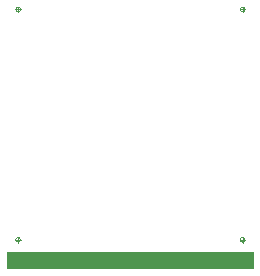
<source format=gbr>
%TF.GenerationSoftware,KiCad,Pcbnew,(6.0.6)*%
%TF.CreationDate,2022-09-07T15:00:42-05:00*%
%TF.ProjectId,etl_etroc_mockup_v1p1,65746c5f-6574-4726-9f63-5f6d6f636b75,rev?*%
%TF.SameCoordinates,Original*%
%TF.FileFunction,Copper,L1,Top*%
%TF.FilePolarity,Positive*%
%FSLAX46Y46*%
G04 Gerber Fmt 4.6, Leading zero omitted, Abs format (unit mm)*
G04 Created by KiCad (PCBNEW (6.0.6)) date 2022-09-07 15:00:42*
%MOMM*%
%LPD*%
G01*
G04 APERTURE LIST*
%TA.AperFunction,EtchedComponent*%
%ADD10C,0.070000*%
%TD*%
G04 APERTURE END LIST*
D10*
%TO.C,REF\u002A\u002A*%
X1200000Y-20500000D02*
G75*
G03*
X1200000Y-20500000I-200000J0D01*
G01*
X1000000Y-20250000D02*
X1000000Y-20750000D01*
X1250000Y-20500000D02*
X750000Y-20500000D01*
X20200000Y-20500000D02*
G75*
G03*
X20200000Y-20500000I-200000J0D01*
G01*
X20000000Y-20250000D02*
X20000000Y-20750000D01*
X20250000Y-20500000D02*
X19750000Y-20500000D01*
X20200000Y-1000000D02*
G75*
G03*
X20200000Y-1000000I-200000J0D01*
G01*
X20000000Y-750000D02*
X20000000Y-1250000D01*
X20250000Y-1000000D02*
X19750000Y-1000000D01*
X1200000Y-1000000D02*
G75*
G03*
X1200000Y-1000000I-200000J0D01*
G01*
X1000000Y-750000D02*
X1000000Y-1250000D01*
X1250000Y-1000000D02*
X750000Y-1000000D01*
%TD*%
%TA.AperFunction,NonConductor*%
G36*
X20971073Y-21503427D02*
G01*
X20974500Y-21511700D01*
X20974500Y-22962800D01*
X20971073Y-22971073D01*
X20962800Y-22974500D01*
X37200Y-22974500D01*
X28927Y-22971073D01*
X25500Y-22962800D01*
X25500Y-21511700D01*
X28927Y-21503427D01*
X37200Y-21500000D01*
X20962800Y-21500000D01*
X20971073Y-21503427D01*
G37*
%TD.AperFunction*%
M02*

</source>
